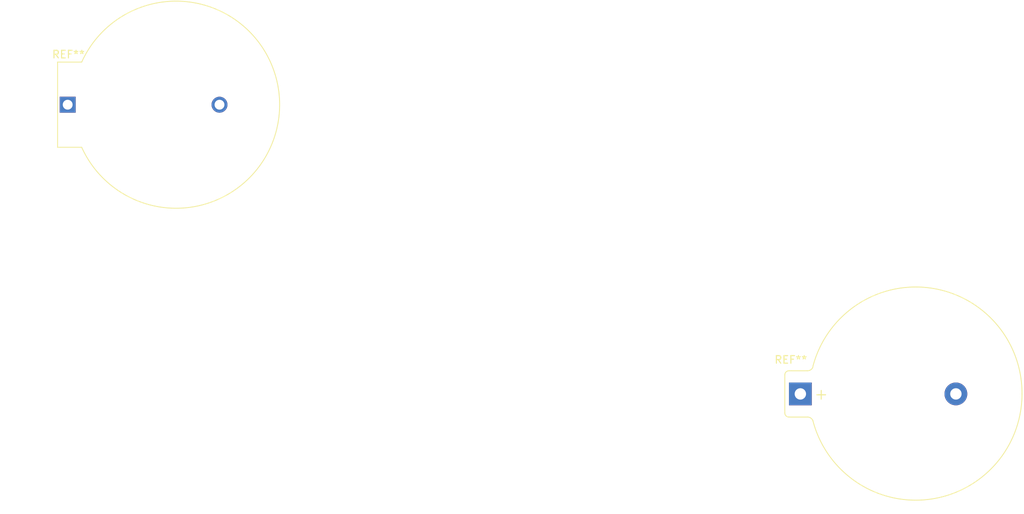
<source format=kicad_pcb>
(kicad_pcb (version 20221018) (generator pcbnew)
  (layers (0 "F.Cu" signal) (31 "B.Cu" signal) (34 "B.Paste" user) (35 "F.Paste" user) (36 "B.SilkS" user "B.Silkscreen") (37 "F.SilkS" user "F.Silkscreen") (38 "B.Mask" user) (39 "F.Mask" user) (44 "Edge.Cuts" user))
  (net 0 "")
  (footprint "Battery:BatteryHolder_ComfortableElectronic_CH273-2450_1x2450" (layer "F.Cu") (at 81.28 55.88)
    (fp_text reference "REF**" (at 0.1 -6.62) (layer "F.SilkS"))
    (fp_text value "BatteryHolder_ComfortableElectronic_CH273-2450_1x2450")
    (fp_line (start -1.33 -5.61) (end 1.845 -5.61) (stroke (width 0.12)) (layer "F.SilkS"))
    (fp_line (start -1.33 5.61) (end -1.33 -5.61) (stroke (width 0.12)) (layer "F.SilkS"))
    (fp_line (start 1.845 5.61) (end -1.33 5.61) (stroke (width 0.12)) (layer "F.SilkS"))
    (fp_arc (start 1.845 -5.61) (mid 27.921896 0) (end 1.845 5.61) (stroke (width 0.12)) (layer "F.SilkS"))
    (pad "1" thru_hole rect (at 0 0 270) (size 2.1 2.1) (drill 1.3) (layers "*.Cu" "*.Mask"))
    (pad "2" thru_hole circle (at 20 0 270) (size 2.1 2.1) (drill 1.3) (layers "*.Cu" "*.Mask"))
  )
  (footprint "Battery:BatteryHolder_Keystone_107_1x23mm" (layer "F.Cu") (at 177.8 93.98)
    (fp_text reference "REF**" (at -1.25 -4.5) (layer "F.SilkS"))
    (fp_text value "BatteryHolder_Keystone_107_1x23mm")
    (fp_text user "+" (at 2.75 0) (layer "F.SilkS") (effects (font (size 1.5 1.5))))
    (fp_line (start -2.05 -2.5) (end -2.05 2.5) (stroke (width 0.12)) (layer "F.SilkS"))
    (fp_line (start -1.5 3.05) (end 0.95 3.05) (stroke (width 0.12)) (layer "F.SilkS"))
    (fp_line (start 0.95 -3.05) (end -1.5 -3.05) (stroke (width 0.12)) (layer "F.SilkS"))
    (fp_arc (start -2.05 -2.5) (mid -1.888909 -2.888909) (end -1.5 -3.05) (stroke (width 0.12)) (layer "F.SilkS"))
    (fp_arc (start -1.5 3.05) (mid -1.888909 2.888909) (end -2.05 2.5) (stroke (width 0.12)) (layer "F.SilkS"))
    (fp_arc (start 0.95 3.05) (mid 1.371574 3.1784) (end 1.65 3.52) (stroke (width 0.12)) (layer "F.SilkS"))
    (fp_arc (start 1.65 -3.604769) (mid 17.016593 -13.966381) (end 29.2 0) (stroke (width 0.12)) (layer "F.SilkS"))
    (fp_arc (start 1.65 -3.52) (mid 1.371575 -3.1784) (end 0.95 -3.05) (stroke (width 0.12)) (layer "F.SilkS"))
    (fp_arc (start 29.2 0) (mid 16.974433 13.886952) (end 1.65 3.52) (stroke (width 0.12)) (layer "F.SilkS"))
    (pad "1" thru_hole rect (at 0 0) (size 3 3) (drill 1.5) (layers "*.Cu" "*.Mask"))
    (pad "2" thru_hole circle (at 20.49 0) (size 3 3) (drill 1.5) (layers "*.Cu" "*.Mask"))
  )
)
</source>
